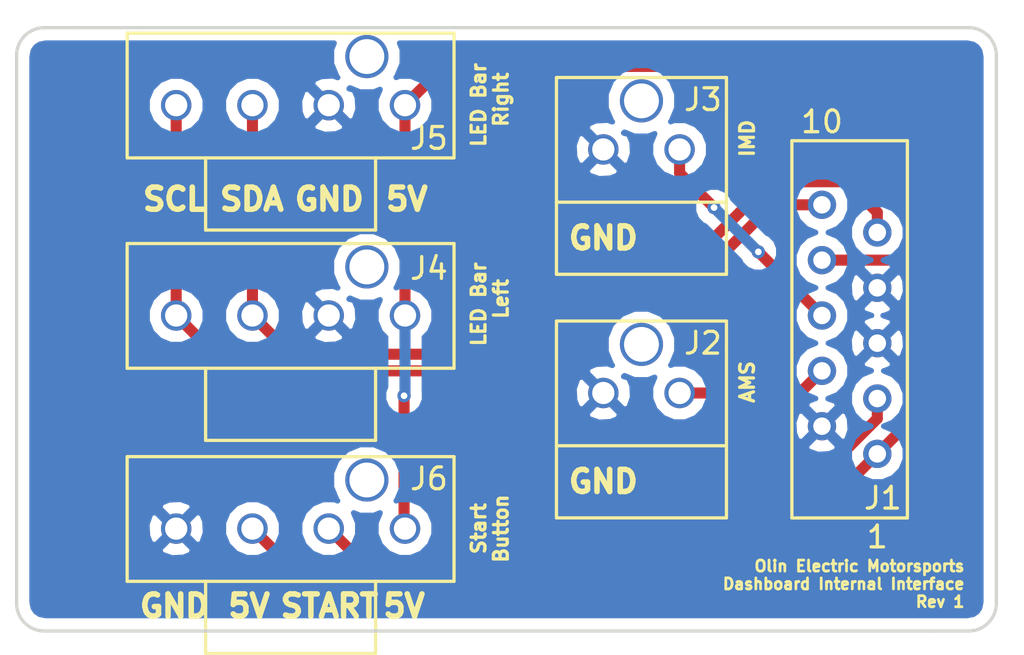
<source format=kicad_pcb>
(kicad_pcb (version 4) (host pcbnew 4.0.7-e2-6376~58~ubuntu16.04.1)

  (general
    (links 19)
    (no_connects 0)
    (area 118.796999 77.394999 163.905001 105.231001)
    (thickness 1.6)
    (drawings 39)
    (tracks 46)
    (zones 0)
    (modules 6)
    (nets 8)
  )

  (page A4)
  (layers
    (0 F.Cu signal)
    (31 B.Cu signal)
    (32 B.Adhes user)
    (33 F.Adhes user)
    (34 B.Paste user)
    (35 F.Paste user)
    (36 B.SilkS user)
    (37 F.SilkS user)
    (38 B.Mask user)
    (39 F.Mask user)
    (40 Dwgs.User user)
    (41 Cmts.User user)
    (42 Eco1.User user)
    (43 Eco2.User user)
    (44 Edge.Cuts user)
    (45 Margin user)
    (46 B.CrtYd user)
    (47 F.CrtYd user)
    (48 B.Fab user)
    (49 F.Fab user)
  )

  (setup
    (last_trace_width 0.254)
    (user_trace_width 0.254)
    (user_trace_width 0.508)
    (user_trace_width 0.762)
    (trace_clearance 0.1524)
    (zone_clearance 0.508)
    (zone_45_only no)
    (trace_min 0.1524)
    (segment_width 0.2)
    (edge_width 0.15)
    (via_size 0.6096)
    (via_drill 0.3048)
    (via_min_size 0.6096)
    (via_min_drill 0.3048)
    (uvia_size 0.3)
    (uvia_drill 0.1)
    (uvias_allowed no)
    (uvia_min_size 0)
    (uvia_min_drill 0)
    (pcb_text_width 0.3)
    (pcb_text_size 1.5 1.5)
    (mod_edge_width 0.15)
    (mod_text_size 1 1)
    (mod_text_width 0.15)
    (pad_size 1.524 1.524)
    (pad_drill 0.762)
    (pad_to_mask_clearance 0.2)
    (aux_axis_origin 0 0)
    (visible_elements FFFEFF7F)
    (pcbplotparams
      (layerselection 0x010f0_80000001)
      (usegerberextensions false)
      (excludeedgelayer true)
      (linewidth 0.100000)
      (plotframeref false)
      (viasonmask false)
      (mode 1)
      (useauxorigin false)
      (hpglpennumber 1)
      (hpglpenspeed 20)
      (hpglpendiameter 15)
      (hpglpenoverlay 2)
      (psnegative false)
      (psa4output false)
      (plotreference true)
      (plotvalue true)
      (plotinvisibletext false)
      (padsonsilk false)
      (subtractmaskfromsilk false)
      (outputformat 1)
      (mirror false)
      (drillshape 0)
      (scaleselection 1)
      (outputdirectory ""))
  )

  (net 0 "")
  (net 1 GND)
  (net 2 +5V)
  (net 3 START)
  (net 4 SDA)
  (net 5 SCL)
  (net 6 AMS)
  (net 7 IMD)

  (net_class Default "This is the default net class."
    (clearance 0.1524)
    (trace_width 0.254)
    (via_dia 0.6096)
    (via_drill 0.3048)
    (uvia_dia 0.3)
    (uvia_drill 0.1)
    (add_net +5V)
    (add_net AMS)
    (add_net GND)
    (add_net IMD)
    (add_net SCL)
    (add_net SDA)
    (add_net START)
  )

  (module footprints:Ultrafit_4 (layer F.Cu) (tedit 59F24F6F) (tstamp 5A480E4D)
    (at 131.445 100.457 90)
    (path /5A4810C5)
    (fp_text reference J6 (at 2.286 6.35 180) (layer F.SilkS)
      (effects (font (size 1 1) (thickness 0.15)))
    )
    (fp_text value Ultrafit_4 (at 4.572 0.508 180) (layer F.Fab) hide
      (effects (font (size 1 1) (thickness 0.15)))
    )
    (fp_line (start -5.588 -3.81) (end -2.54 -3.81) (layer F.Fab) (width 0.15))
    (fp_line (start -2.54 -3.81) (end -2.54 3.81) (layer F.Fab) (width 0.15))
    (fp_line (start -2.54 3.81) (end -5.588 3.81) (layer F.Fab) (width 0.15))
    (fp_line (start -5.588 3.81) (end -5.588 -3.81) (layer F.Fab) (width 0.15))
    (fp_text user "6.55mm Clearance" (at -4.07 0 180) (layer F.Fab)
      (effects (font (size 0.5 0.5) (thickness 0.08)))
    )
    (fp_line (start -2.42 -3.9) (end -5.73 -3.9) (layer F.SilkS) (width 0.15))
    (fp_line (start -5.73 -3.9) (end -5.73 3.9) (layer F.SilkS) (width 0.15))
    (fp_line (start -5.73 3.9) (end -2.42 3.9) (layer F.SilkS) (width 0.15))
    (fp_line (start -2.42 7.5) (end 3.302 7.5) (layer F.SilkS) (width 0.15))
    (fp_line (start -2.42 -7.5) (end 3.302 -7.5) (layer F.SilkS) (width 0.15))
    (fp_line (start -2.42 7.5) (end -2.42 -7.5) (layer F.SilkS) (width 0.15))
    (fp_line (start 3.302 7.5) (end 3.302 -7.5) (layer F.SilkS) (width 0.15))
    (pad 2 thru_hole circle (at 0 1.75 90) (size 1.397 1.397) (drill 1.02) (layers *.Cu *.Mask)
      (net 3 START))
    (pad 1 thru_hole circle (at 0 5.25 90) (size 1.397 1.397) (drill 1.02) (layers *.Cu *.Mask)
      (net 2 +5V))
    (pad "" thru_hole circle (at 2.23 3.5 90) (size 1.981 1.981) (drill 1.6) (layers *.Cu *.Mask))
    (pad 3 thru_hole circle (at 0 -1.75 270) (size 1.397 1.397) (drill 1.02) (layers *.Cu *.Mask)
      (net 2 +5V))
    (pad 4 thru_hole circle (at 0 -5.25 270) (size 1.397 1.397) (drill 1.02) (layers *.Cu *.Mask)
      (net 1 GND))
  )

  (module footprints:micromatch_female_ra_10 (layer F.Cu) (tedit 59EE7FCB) (tstamp 5A28DE48)
    (at 158.369 91.948 180)
    (path /5A28D92D)
    (fp_text reference J1 (at -0.254 -7.112 180) (layer F.SilkS)
      (effects (font (size 1 1) (thickness 0.15)))
    )
    (fp_text value micromatch_female_RA_10 (at 6.35 0 270) (layer F.Fab) hide
      (effects (font (size 1 1) (thickness 0.15)))
    )
    (fp_text user 10 (at 2.54 10.16 180) (layer F.SilkS)
      (effects (font (size 1 1) (thickness 0.15)))
    )
    (fp_text user 1 (at 0 -8.89 180) (layer F.SilkS)
      (effects (font (size 1 1) (thickness 0.15)))
    )
    (fp_line (start -1.38 9.29) (end 3.92 9.29) (layer F.SilkS) (width 0.15))
    (fp_line (start -1.38 -8.02) (end 3.92 -8.02) (layer F.SilkS) (width 0.15))
    (fp_line (start -1.38 9.29) (end -1.38 -8.02) (layer F.SilkS) (width 0.15))
    (fp_line (start 3.92 9.29) (end 3.92 -8.02) (layer F.SilkS) (width 0.15))
    (pad 5 thru_hole circle (at 0 0 180) (size 1.3 1.3) (drill 0.8) (layers *.Cu *.Mask)
      (net 1 GND))
    (pad 3 thru_hole circle (at 0 -2.54 180) (size 1.3 1.3) (drill 0.8) (layers *.Cu *.Mask)
      (net 3 START))
    (pad 1 thru_hole circle (at 0 -5.08 180) (size 1.3 1.3) (drill 0.8) (layers *.Cu *.Mask)
      (net 2 +5V))
    (pad 7 thru_hole circle (at 0 2.54 180) (size 1.3 1.3) (drill 0.8) (layers *.Cu *.Mask)
      (net 1 GND))
    (pad 2 thru_hole circle (at 2.54 -3.81 180) (size 1.3 1.3) (drill 0.8) (layers *.Cu *.Mask)
      (net 1 GND))
    (pad 4 thru_hole circle (at 2.54 -1.27 180) (size 1.3 1.3) (drill 0.8) (layers *.Cu *.Mask)
      (net 6 AMS))
    (pad 6 thru_hole circle (at 2.54 1.27 180) (size 1.3 1.3) (drill 0.8) (layers *.Cu *.Mask)
      (net 7 IMD))
    (pad 8 thru_hole circle (at 2.54 3.81 180) (size 1.3 1.3) (drill 0.8) (layers *.Cu *.Mask)
      (net 2 +5V))
    (pad 9 thru_hole circle (at 0 5.08 180) (size 1.3 1.3) (drill 0.8) (layers *.Cu *.Mask)
      (net 4 SDA))
    (pad 10 thru_hole circle (at 2.54 6.35 180) (size 1.3 1.3) (drill 0.8) (layers *.Cu *.Mask)
      (net 5 SCL))
  )

  (module footprints:Ultrafit_2 (layer F.Cu) (tedit 59F11364) (tstamp 5A480E31)
    (at 145.796 94.234 90)
    (path /5A480F1D)
    (fp_text reference J2 (at 2.286 4.572 180) (layer F.SilkS)
      (effects (font (size 1 1) (thickness 0.15)))
    )
    (fp_text value Ultrafit_2 (at 4.572 0.508 180) (layer F.Fab) hide
      (effects (font (size 1 1) (thickness 0.15)))
    )
    (fp_line (start -5.588 -2.032) (end -2.54 -2.032) (layer F.Fab) (width 0.15))
    (fp_line (start -2.54 -2.032) (end -2.54 5.588) (layer F.Fab) (width 0.15))
    (fp_line (start -2.54 5.588) (end -5.588 5.588) (layer F.Fab) (width 0.15))
    (fp_line (start -5.588 5.588) (end -5.588 -2.032) (layer F.Fab) (width 0.15))
    (fp_text user "6.55mm Clearance" (at -4.07 1.75 180) (layer F.Fab)
      (effects (font (size 0.5 0.5) (thickness 0.08)))
    )
    (fp_line (start -2.42 -2.15) (end -5.73 -2.15) (layer F.SilkS) (width 0.15))
    (fp_line (start -5.73 -2.15) (end -5.73 5.65) (layer F.SilkS) (width 0.15))
    (fp_line (start -5.73 5.65) (end -2.42 5.65) (layer F.SilkS) (width 0.15))
    (fp_line (start -2.42 5.65) (end 3.302 5.65) (layer F.SilkS) (width 0.15))
    (fp_line (start -2.42 -2.15) (end 3.302 -2.15) (layer F.SilkS) (width 0.15))
    (fp_line (start -2.42 5.65) (end -2.42 -2.15) (layer F.SilkS) (width 0.15))
    (fp_line (start 3.302 5.65) (end 3.302 -2.15) (layer F.SilkS) (width 0.15))
    (pad 2 thru_hole circle (at 0 0 90) (size 1.397 1.397) (drill 1.02) (layers *.Cu *.Mask)
      (net 1 GND))
    (pad 1 thru_hole circle (at 0 3.5 90) (size 1.397 1.397) (drill 1.02) (layers *.Cu *.Mask)
      (net 6 AMS))
    (pad "" thru_hole circle (at 2.23 1.75 90) (size 1.981 1.981) (drill 1.6) (layers *.Cu *.Mask))
  )

  (module footprints:Ultrafit_2 (layer F.Cu) (tedit 59F11364) (tstamp 5A480E37)
    (at 145.796 83.058 90)
    (path /5A480E2B)
    (fp_text reference J3 (at 2.286 4.572 180) (layer F.SilkS)
      (effects (font (size 1 1) (thickness 0.15)))
    )
    (fp_text value Ultrafit_2 (at 4.572 0.508 180) (layer F.Fab) hide
      (effects (font (size 1 1) (thickness 0.15)))
    )
    (fp_line (start -5.588 -2.032) (end -2.54 -2.032) (layer F.Fab) (width 0.15))
    (fp_line (start -2.54 -2.032) (end -2.54 5.588) (layer F.Fab) (width 0.15))
    (fp_line (start -2.54 5.588) (end -5.588 5.588) (layer F.Fab) (width 0.15))
    (fp_line (start -5.588 5.588) (end -5.588 -2.032) (layer F.Fab) (width 0.15))
    (fp_text user "6.55mm Clearance" (at -4.07 1.75 180) (layer F.Fab)
      (effects (font (size 0.5 0.5) (thickness 0.08)))
    )
    (fp_line (start -2.42 -2.15) (end -5.73 -2.15) (layer F.SilkS) (width 0.15))
    (fp_line (start -5.73 -2.15) (end -5.73 5.65) (layer F.SilkS) (width 0.15))
    (fp_line (start -5.73 5.65) (end -2.42 5.65) (layer F.SilkS) (width 0.15))
    (fp_line (start -2.42 5.65) (end 3.302 5.65) (layer F.SilkS) (width 0.15))
    (fp_line (start -2.42 -2.15) (end 3.302 -2.15) (layer F.SilkS) (width 0.15))
    (fp_line (start -2.42 5.65) (end -2.42 -2.15) (layer F.SilkS) (width 0.15))
    (fp_line (start 3.302 5.65) (end 3.302 -2.15) (layer F.SilkS) (width 0.15))
    (pad 2 thru_hole circle (at 0 0 90) (size 1.397 1.397) (drill 1.02) (layers *.Cu *.Mask)
      (net 1 GND))
    (pad 1 thru_hole circle (at 0 3.5 90) (size 1.397 1.397) (drill 1.02) (layers *.Cu *.Mask)
      (net 7 IMD))
    (pad "" thru_hole circle (at 2.23 1.75 90) (size 1.981 1.981) (drill 1.6) (layers *.Cu *.Mask))
  )

  (module footprints:Ultrafit_4 (layer F.Cu) (tedit 59F24F6F) (tstamp 5A480E3D)
    (at 131.445 90.678 90)
    (path /5A480F87)
    (fp_text reference J4 (at 2.159 6.35 180) (layer F.SilkS)
      (effects (font (size 1 1) (thickness 0.15)))
    )
    (fp_text value Ultrafit_4 (at 4.572 0.508 180) (layer F.Fab) hide
      (effects (font (size 1 1) (thickness 0.15)))
    )
    (fp_line (start -5.588 -3.81) (end -2.54 -3.81) (layer F.Fab) (width 0.15))
    (fp_line (start -2.54 -3.81) (end -2.54 3.81) (layer F.Fab) (width 0.15))
    (fp_line (start -2.54 3.81) (end -5.588 3.81) (layer F.Fab) (width 0.15))
    (fp_line (start -5.588 3.81) (end -5.588 -3.81) (layer F.Fab) (width 0.15))
    (fp_text user "6.55mm Clearance" (at -4.07 0 180) (layer F.Fab)
      (effects (font (size 0.5 0.5) (thickness 0.08)))
    )
    (fp_line (start -2.42 -3.9) (end -5.73 -3.9) (layer F.SilkS) (width 0.15))
    (fp_line (start -5.73 -3.9) (end -5.73 3.9) (layer F.SilkS) (width 0.15))
    (fp_line (start -5.73 3.9) (end -2.42 3.9) (layer F.SilkS) (width 0.15))
    (fp_line (start -2.42 7.5) (end 3.302 7.5) (layer F.SilkS) (width 0.15))
    (fp_line (start -2.42 -7.5) (end 3.302 -7.5) (layer F.SilkS) (width 0.15))
    (fp_line (start -2.42 7.5) (end -2.42 -7.5) (layer F.SilkS) (width 0.15))
    (fp_line (start 3.302 7.5) (end 3.302 -7.5) (layer F.SilkS) (width 0.15))
    (pad 2 thru_hole circle (at 0 1.75 90) (size 1.397 1.397) (drill 1.02) (layers *.Cu *.Mask)
      (net 1 GND))
    (pad 1 thru_hole circle (at 0 5.25 90) (size 1.397 1.397) (drill 1.02) (layers *.Cu *.Mask)
      (net 2 +5V))
    (pad "" thru_hole circle (at 2.23 3.5 90) (size 1.981 1.981) (drill 1.6) (layers *.Cu *.Mask))
    (pad 3 thru_hole circle (at 0 -1.75 270) (size 1.397 1.397) (drill 1.02) (layers *.Cu *.Mask)
      (net 4 SDA))
    (pad 4 thru_hole circle (at 0 -5.25 270) (size 1.397 1.397) (drill 1.02) (layers *.Cu *.Mask)
      (net 5 SCL))
  )

  (module footprints:Ultrafit_4 (layer F.Cu) (tedit 59F24F6F) (tstamp 5A480E45)
    (at 131.445 81.026 90)
    (path /5A481045)
    (fp_text reference J5 (at -1.524 6.35 180) (layer F.SilkS)
      (effects (font (size 1 1) (thickness 0.15)))
    )
    (fp_text value Ultrafit_4 (at 4.572 0.508 180) (layer F.Fab) hide
      (effects (font (size 1 1) (thickness 0.15)))
    )
    (fp_line (start -5.588 -3.81) (end -2.54 -3.81) (layer F.Fab) (width 0.15))
    (fp_line (start -2.54 -3.81) (end -2.54 3.81) (layer F.Fab) (width 0.15))
    (fp_line (start -2.54 3.81) (end -5.588 3.81) (layer F.Fab) (width 0.15))
    (fp_line (start -5.588 3.81) (end -5.588 -3.81) (layer F.Fab) (width 0.15))
    (fp_text user "6.55mm Clearance" (at -4.07 0 180) (layer F.Fab)
      (effects (font (size 0.5 0.5) (thickness 0.08)))
    )
    (fp_line (start -2.42 -3.9) (end -5.73 -3.9) (layer F.SilkS) (width 0.15))
    (fp_line (start -5.73 -3.9) (end -5.73 3.9) (layer F.SilkS) (width 0.15))
    (fp_line (start -5.73 3.9) (end -2.42 3.9) (layer F.SilkS) (width 0.15))
    (fp_line (start -2.42 7.5) (end 3.302 7.5) (layer F.SilkS) (width 0.15))
    (fp_line (start -2.42 -7.5) (end 3.302 -7.5) (layer F.SilkS) (width 0.15))
    (fp_line (start -2.42 7.5) (end -2.42 -7.5) (layer F.SilkS) (width 0.15))
    (fp_line (start 3.302 7.5) (end 3.302 -7.5) (layer F.SilkS) (width 0.15))
    (pad 2 thru_hole circle (at 0 1.75 90) (size 1.397 1.397) (drill 1.02) (layers *.Cu *.Mask)
      (net 1 GND))
    (pad 1 thru_hole circle (at 0 5.25 90) (size 1.397 1.397) (drill 1.02) (layers *.Cu *.Mask)
      (net 2 +5V))
    (pad "" thru_hole circle (at 2.23 3.5 90) (size 1.981 1.981) (drill 1.6) (layers *.Cu *.Mask))
    (pad 3 thru_hole circle (at 0 -1.75 270) (size 1.397 1.397) (drill 1.02) (layers *.Cu *.Mask)
      (net 4 SDA))
    (pad 4 thru_hole circle (at 0 -5.25 270) (size 1.397 1.397) (drill 1.02) (layers *.Cu *.Mask)
      (net 5 SCL))
  )

  (gr_line (start 162.56 105.156) (end 160.909 105.156) (layer Edge.Cuts) (width 0.15))
  (gr_line (start 120.142 105.156) (end 121.412 105.156) (layer Edge.Cuts) (width 0.15))
  (gr_line (start 121.539 77.47) (end 120.142 77.47) (layer Edge.Cuts) (width 0.15))
  (gr_line (start 162.56 77.47) (end 160.909 77.47) (layer Edge.Cuts) (width 0.15))
  (gr_line (start 156.464 105.156) (end 160.909 105.156) (layer Edge.Cuts) (width 0.15))
  (gr_line (start 124.333 77.47) (end 121.412 77.47) (layer Edge.Cuts) (width 0.15))
  (gr_line (start 160.909 77.47) (end 159.385 77.47) (layer Edge.Cuts) (width 0.15))
  (gr_text "Olin Electric Motorsports\nDashboard Internal Interface\nRev 1" (at 162.433 102.997) (layer F.SilkS)
    (effects (font (size 0.508 0.508) (thickness 0.127)) (justify right))
  )
  (gr_line (start 118.872 103.886) (end 118.872 78.74) (layer Edge.Cuts) (width 0.15))
  (gr_line (start 156.464 105.156) (end 121.412 105.156) (layer Edge.Cuts) (width 0.15))
  (gr_line (start 163.83 78.74) (end 163.83 103.886) (layer Edge.Cuts) (width 0.15))
  (gr_line (start 124.333 77.47) (end 159.385 77.47) (layer Edge.Cuts) (width 0.15))
  (gr_arc (start 120.142 78.74) (end 118.872 78.74) (angle 90) (layer Edge.Cuts) (width 0.15))
  (gr_arc (start 120.142 103.886) (end 120.142 105.156) (angle 90) (layer Edge.Cuts) (width 0.15))
  (gr_arc (start 162.56 103.886) (end 163.83 103.886) (angle 90) (layer Edge.Cuts) (width 0.15))
  (gr_arc (start 162.56 78.74) (end 162.56 77.47) (angle 90) (layer Edge.Cuts) (width 0.15))
  (gr_text GND (at 145.796 87.122) (layer F.SilkS)
    (effects (font (size 1.016 1.016) (thickness 0.254)))
  )
  (gr_text GND (at 145.796 98.298) (layer F.SilkS)
    (effects (font (size 1.016 1.016) (thickness 0.254)))
  )
  (gr_text 5V (at 136.652 104.013) (layer F.SilkS)
    (effects (font (size 1.016 1.016) (thickness 0.254)))
  )
  (gr_text START (at 133.223 104.013) (layer F.SilkS)
    (effects (font (size 1.016 1.016) (thickness 0.254)))
  )
  (gr_text 5V (at 129.54 104.013) (layer F.SilkS)
    (effects (font (size 1.016 1.016) (thickness 0.254)))
  )
  (gr_text GND (at 126.111 104.013) (layer F.SilkS)
    (effects (font (size 1.016 1.016) (thickness 0.254)))
  )
  (gr_text 5V (at 136.779 85.344) (layer F.SilkS)
    (effects (font (size 1.016 1.016) (thickness 0.254)))
  )
  (gr_text GND (at 133.223 85.344) (layer F.SilkS)
    (effects (font (size 1.016 1.016) (thickness 0.254)))
  )
  (gr_text SDA (at 129.667 85.344) (layer F.SilkS)
    (effects (font (size 1.016 1.016) (thickness 0.254)))
  )
  (gr_text SCL (at 126.111 85.344) (layer F.SilkS)
    (effects (font (size 1.016 1.016) (thickness 0.254)))
  )
  (gr_text IMD (at 152.4 82.55 90) (layer F.SilkS)
    (effects (font (size 0.635 0.635) (thickness 0.1524)))
  )
  (gr_text AMS (at 152.4 93.726 90) (layer F.SilkS)
    (effects (font (size 0.635 0.635) (thickness 0.1524)))
  )
  (gr_text "Start\nButton" (at 140.589 100.457 90) (layer F.SilkS)
    (effects (font (size 0.635 0.635) (thickness 0.1524)))
  )
  (gr_text "LED Bar \nLeft" (at 140.589 89.916 90) (layer F.SilkS)
    (effects (font (size 0.635 0.635) (thickness 0.1524)))
  )
  (gr_text "LED Bar \nRight" (at 140.589 80.772 90) (layer F.SilkS)
    (effects (font (size 0.635 0.635) (thickness 0.1524)))
  )
  (gr_line (start 163.219039 77.216199) (end 120.038887 77.382899) (layer Dwgs.User) (width 0.1))
  (gr_arc (start 120.04379 78.65289) (end 120.038887 77.382899) (angle -90) (layer Dwgs.User) (width 0.1))
  (gr_line (start 118.7738 78.657793) (end 118.871858 104.057603) (layer Dwgs.User) (width 0.1))
  (gr_arc (start 163.223942 78.48619) (end 164.493932 78.481287) (angle -90) (layer Dwgs.User) (width 0.1))
  (gr_line (start 164.59199 103.881098) (end 164.493932 78.481287) (layer Dwgs.User) (width 0.1))
  (gr_arc (start 163.322 103.886) (end 163.326902 105.155991) (angle -90) (layer Dwgs.User) (width 0.1))
  (gr_line (start 120.146751 105.322691) (end 163.326902 105.155991) (layer Dwgs.User) (width 0.1))
  (gr_arc (start 120.141848 104.052701) (end 118.871858 104.057603) (angle -90) (layer Dwgs.User) (width 0.1))

  (segment (start 160.02 86.233) (end 160.02 88.646) (width 0.508) (layer F.Cu) (net 2))
  (segment (start 160.02 88.646) (end 160.02 95.377) (width 0.508) (layer F.Cu) (net 2))
  (segment (start 155.829 88.138) (end 159.512 88.138) (width 0.508) (layer F.Cu) (net 2))
  (segment (start 159.512 88.138) (end 160.02 88.646) (width 0.508) (layer F.Cu) (net 2))
  (segment (start 136.695 81.026) (end 138.473 79.248) (width 0.508) (layer F.Cu) (net 2))
  (segment (start 138.473 79.248) (end 153.035 79.248) (width 0.508) (layer F.Cu) (net 2))
  (segment (start 153.035 79.248) (end 160.02 86.233) (width 0.508) (layer F.Cu) (net 2))
  (segment (start 160.02 95.377) (end 158.369 97.028) (width 0.508) (layer F.Cu) (net 2))
  (segment (start 136.652 94.361) (end 136.652 100.414) (width 0.508) (layer F.Cu) (net 2))
  (segment (start 136.652 100.414) (end 136.695 100.457) (width 0.508) (layer F.Cu) (net 2))
  (segment (start 136.695 90.678) (end 136.695 94.318) (width 0.508) (layer B.Cu) (net 2))
  (segment (start 136.695 94.318) (end 136.652 94.361) (width 0.508) (layer B.Cu) (net 2))
  (via (at 136.652 94.361) (size 0.6096) (drill 0.3048) (layers F.Cu B.Cu) (net 2))
  (segment (start 136.695 81.026) (end 136.695 90.678) (width 0.508) (layer F.Cu) (net 2))
  (segment (start 152.273 103.124) (end 132.362 103.124) (width 0.508) (layer F.Cu) (net 2))
  (segment (start 132.362 103.124) (end 129.695 100.457) (width 0.508) (layer F.Cu) (net 2))
  (segment (start 136.568 90.805) (end 136.695 90.678) (width 0.508) (layer F.Cu) (net 2))
  (segment (start 152.273 103.124) (end 158.369 97.028) (width 0.508) (layer F.Cu) (net 2))
  (segment (start 151.668238 102.108) (end 134.846 102.108) (width 0.508) (layer F.Cu) (net 3))
  (segment (start 134.846 102.108) (end 133.195 100.457) (width 0.508) (layer F.Cu) (net 3))
  (segment (start 158.369 94.488) (end 158.369 95.407238) (width 0.508) (layer F.Cu) (net 3))
  (segment (start 158.369 95.407238) (end 151.668238 102.108) (width 0.508) (layer F.Cu) (net 3))
  (segment (start 158.369 86.868) (end 158.369 85.948762) (width 0.508) (layer F.Cu) (net 4))
  (segment (start 158.369 85.948762) (end 156.961837 84.541599) (width 0.508) (layer F.Cu) (net 4))
  (segment (start 156.961837 84.541599) (end 153.456401 84.541599) (width 0.508) (layer F.Cu) (net 4))
  (segment (start 153.456401 84.541599) (end 148.59 89.408) (width 0.508) (layer F.Cu) (net 4))
  (segment (start 148.59 89.408) (end 142.875 89.408) (width 0.508) (layer F.Cu) (net 4))
  (segment (start 142.875 89.408) (end 139.827 92.456) (width 0.508) (layer F.Cu) (net 4))
  (segment (start 139.827 92.456) (end 131.473 92.456) (width 0.508) (layer F.Cu) (net 4))
  (segment (start 131.473 92.456) (end 129.695 90.678) (width 0.508) (layer F.Cu) (net 4))
  (segment (start 129.695 81.026) (end 129.695 90.678) (width 0.508) (layer F.Cu) (net 4))
  (segment (start 140.208 93.218) (end 128.735 93.218) (width 0.508) (layer F.Cu) (net 5))
  (segment (start 128.735 93.218) (end 126.195 90.678) (width 0.508) (layer F.Cu) (net 5))
  (segment (start 143.256 90.17) (end 140.208 93.218) (width 0.508) (layer F.Cu) (net 5))
  (segment (start 148.971 90.17) (end 143.256 90.17) (width 0.508) (layer F.Cu) (net 5))
  (segment (start 153.543 85.598) (end 148.971 90.17) (width 0.508) (layer F.Cu) (net 5))
  (segment (start 155.829 85.598) (end 153.543 85.598) (width 0.508) (layer F.Cu) (net 5))
  (segment (start 126.195 81.026) (end 126.195 90.678) (width 0.508) (layer F.Cu) (net 5))
  (segment (start 149.296 94.234) (end 154.813 94.234) (width 0.508) (layer F.Cu) (net 6))
  (segment (start 154.813 94.234) (end 155.829 93.218) (width 0.508) (layer F.Cu) (net 6))
  (segment (start 150.876 85.725) (end 149.296 84.145) (width 0.508) (layer F.Cu) (net 7))
  (segment (start 149.296 84.145) (end 149.296 83.058) (width 0.508) (layer F.Cu) (net 7))
  (segment (start 152.908 87.757) (end 150.876 85.725) (width 0.508) (layer B.Cu) (net 7))
  (via (at 150.876 85.725) (size 0.6096) (drill 0.3048) (layers F.Cu B.Cu) (net 7))
  (segment (start 155.829 90.678) (end 152.908 87.757) (width 0.508) (layer F.Cu) (net 7))
  (via (at 152.908 87.757) (size 0.6096) (drill 0.3048) (layers F.Cu B.Cu) (net 7))

  (zone (net 1) (net_name GND) (layer B.Cu) (tstamp 0) (hatch edge 0.508)
    (connect_pads (clearance 0.508))
    (min_thickness 0.254)
    (fill yes (arc_segments 16) (thermal_gap 0.508) (thermal_bridge_width 0.508))
    (polygon
      (pts
        (xy 118.11 76.2) (xy 165.1 76.2) (xy 165.1 106.045) (xy 118.11 106.045)
      )
    )
    (filled_polygon
      (pts
        (xy 133.319783 78.47125) (xy 133.319219 79.117913) (xy 133.566165 79.715569) (xy 133.608304 79.757781) (xy 133.38752 79.680073)
        (xy 132.857801 79.708852) (xy 132.502071 79.8562) (xy 132.440417 80.091812) (xy 133.195 80.846395) (xy 133.209143 80.832253)
        (xy 133.388748 81.011858) (xy 133.374605 81.026) (xy 134.129188 81.780583) (xy 134.3648 81.718929) (xy 134.540927 81.21852)
        (xy 134.512148 80.688801) (xy 134.3648 80.333071) (xy 134.12919 80.271418) (xy 134.167422 80.233186) (xy 134.62025 80.421217)
        (xy 135.266913 80.421781) (xy 135.550689 80.304527) (xy 135.361732 80.759587) (xy 135.361269 81.290086) (xy 135.563854 81.78038)
        (xy 135.938647 82.155827) (xy 136.428587 82.359268) (xy 136.959086 82.359731) (xy 137.44938 82.157146) (xy 137.482772 82.123812)
        (xy 145.041417 82.123812) (xy 145.796 82.878395) (xy 145.810143 82.864253) (xy 145.989748 83.043858) (xy 145.975605 83.058)
        (xy 146.730188 83.812583) (xy 146.9658 83.750929) (xy 147.141927 83.25052) (xy 147.113148 82.720801) (xy 146.9658 82.365071)
        (xy 146.73019 82.303418) (xy 146.768422 82.265186) (xy 147.22125 82.453217) (xy 147.867913 82.453781) (xy 148.151689 82.336527)
        (xy 147.962732 82.791587) (xy 147.962269 83.322086) (xy 148.164854 83.81238) (xy 148.539647 84.187827) (xy 149.029587 84.391268)
        (xy 149.560086 84.391731) (xy 150.05038 84.189146) (xy 150.425827 83.814353) (xy 150.629268 83.324413) (xy 150.629731 82.793914)
        (xy 150.427146 82.30362) (xy 150.052353 81.928173) (xy 149.562413 81.724732) (xy 149.031914 81.724269) (xy 148.890406 81.782739)
        (xy 148.923228 81.749974) (xy 149.171217 81.15275) (xy 149.171781 80.506087) (xy 148.924835 79.908431) (xy 148.467974 79.450772)
        (xy 147.87075 79.202783) (xy 147.224087 79.202219) (xy 146.626431 79.449165) (xy 146.168772 79.906026) (xy 145.920783 80.50325)
        (xy 145.920219 81.149913) (xy 146.167165 81.747569) (xy 146.209304 81.789781) (xy 145.98852 81.712073) (xy 145.458801 81.740852)
        (xy 145.103071 81.8882) (xy 145.041417 82.123812) (xy 137.482772 82.123812) (xy 137.824827 81.782353) (xy 138.028268 81.292413)
        (xy 138.028731 80.761914) (xy 137.826146 80.27162) (xy 137.451353 79.896173) (xy 136.961413 79.692732) (xy 136.430914 79.692269)
        (xy 136.289406 79.750739) (xy 136.322228 79.717974) (xy 136.570217 79.12075) (xy 136.570781 78.474087) (xy 136.449267 78.18)
        (xy 162.49007 78.18) (xy 162.768979 78.235478) (xy 162.946145 78.353856) (xy 163.064521 78.531019) (xy 163.12 78.809931)
        (xy 163.12 103.816069) (xy 163.064521 104.094981) (xy 162.946145 104.272144) (xy 162.768979 104.390522) (xy 162.49007 104.446)
        (xy 120.211931 104.446) (xy 119.933019 104.390521) (xy 119.755856 104.272145) (xy 119.637478 104.094979) (xy 119.582 103.81607)
        (xy 119.582 101.391188) (xy 125.440417 101.391188) (xy 125.502071 101.6268) (xy 126.00248 101.802927) (xy 126.532199 101.774148)
        (xy 126.887929 101.6268) (xy 126.949583 101.391188) (xy 126.195 100.636605) (xy 125.440417 101.391188) (xy 119.582 101.391188)
        (xy 119.582 100.26448) (xy 124.849073 100.26448) (xy 124.877852 100.794199) (xy 125.0252 101.149929) (xy 125.260812 101.211583)
        (xy 126.015395 100.457) (xy 126.374605 100.457) (xy 127.129188 101.211583) (xy 127.3648 101.149929) (xy 127.515738 100.721086)
        (xy 128.361269 100.721086) (xy 128.563854 101.21138) (xy 128.938647 101.586827) (xy 129.428587 101.790268) (xy 129.959086 101.790731)
        (xy 130.44938 101.588146) (xy 130.824827 101.213353) (xy 131.028268 100.723413) (xy 131.02827 100.721086) (xy 131.861269 100.721086)
        (xy 132.063854 101.21138) (xy 132.438647 101.586827) (xy 132.928587 101.790268) (xy 133.459086 101.790731) (xy 133.94938 101.588146)
        (xy 134.324827 101.213353) (xy 134.528268 100.723413) (xy 134.528731 100.192914) (xy 134.339849 99.735784) (xy 134.62025 99.852217)
        (xy 135.266913 99.852781) (xy 135.550689 99.735527) (xy 135.361732 100.190587) (xy 135.361269 100.721086) (xy 135.563854 101.21138)
        (xy 135.938647 101.586827) (xy 136.428587 101.790268) (xy 136.959086 101.790731) (xy 137.44938 101.588146) (xy 137.824827 101.213353)
        (xy 138.028268 100.723413) (xy 138.028731 100.192914) (xy 137.826146 99.70262) (xy 137.451353 99.327173) (xy 136.961413 99.123732)
        (xy 136.430914 99.123269) (xy 136.289406 99.181739) (xy 136.322228 99.148974) (xy 136.570217 98.55175) (xy 136.570781 97.905087)
        (xy 136.323835 97.307431) (xy 135.866974 96.849772) (xy 135.402766 96.657016) (xy 155.10959 96.657016) (xy 155.165271 96.887611)
        (xy 155.648078 97.055622) (xy 156.158428 97.026083) (xy 156.492729 96.887611) (xy 156.54841 96.657016) (xy 155.829 95.937605)
        (xy 155.10959 96.657016) (xy 135.402766 96.657016) (xy 135.26975 96.601783) (xy 134.623087 96.601219) (xy 134.025431 96.848165)
        (xy 133.567772 97.305026) (xy 133.319783 97.90225) (xy 133.319219 98.548913) (xy 133.566165 99.146569) (xy 133.60139 99.181856)
        (xy 133.461413 99.123732) (xy 132.930914 99.123269) (xy 132.44062 99.325854) (xy 132.065173 99.700647) (xy 131.861732 100.190587)
        (xy 131.861269 100.721086) (xy 131.02827 100.721086) (xy 131.028731 100.192914) (xy 130.826146 99.70262) (xy 130.451353 99.327173)
        (xy 129.961413 99.123732) (xy 129.430914 99.123269) (xy 128.94062 99.325854) (xy 128.565173 99.700647) (xy 128.361732 100.190587)
        (xy 128.361269 100.721086) (xy 127.515738 100.721086) (xy 127.540927 100.64952) (xy 127.512148 100.119801) (xy 127.3648 99.764071)
        (xy 127.129188 99.702417) (xy 126.374605 100.457) (xy 126.015395 100.457) (xy 125.260812 99.702417) (xy 125.0252 99.764071)
        (xy 124.849073 100.26448) (xy 119.582 100.26448) (xy 119.582 99.522812) (xy 125.440417 99.522812) (xy 126.195 100.277395)
        (xy 126.949583 99.522812) (xy 126.887929 99.2872) (xy 126.38752 99.111073) (xy 125.857801 99.139852) (xy 125.502071 99.2872)
        (xy 125.440417 99.522812) (xy 119.582 99.522812) (xy 119.582 90.942086) (xy 124.861269 90.942086) (xy 125.063854 91.43238)
        (xy 125.438647 91.807827) (xy 125.928587 92.011268) (xy 126.459086 92.011731) (xy 126.94938 91.809146) (xy 127.324827 91.434353)
        (xy 127.528268 90.944413) (xy 127.52827 90.942086) (xy 128.361269 90.942086) (xy 128.563854 91.43238) (xy 128.938647 91.807827)
        (xy 129.428587 92.011268) (xy 129.959086 92.011731) (xy 130.44938 91.809146) (xy 130.646681 91.612188) (xy 132.440417 91.612188)
        (xy 132.502071 91.8478) (xy 133.00248 92.023927) (xy 133.532199 91.995148) (xy 133.887929 91.8478) (xy 133.949583 91.612188)
        (xy 133.195 90.857605) (xy 132.440417 91.612188) (xy 130.646681 91.612188) (xy 130.824827 91.434353) (xy 131.028268 90.944413)
        (xy 131.028668 90.48548) (xy 131.849073 90.48548) (xy 131.877852 91.015199) (xy 132.0252 91.370929) (xy 132.260812 91.432583)
        (xy 133.015395 90.678) (xy 132.260812 89.923417) (xy 132.0252 89.985071) (xy 131.849073 90.48548) (xy 131.028668 90.48548)
        (xy 131.028731 90.413914) (xy 130.826146 89.92362) (xy 130.646652 89.743812) (xy 132.440417 89.743812) (xy 133.195 90.498395)
        (xy 133.209143 90.484253) (xy 133.388748 90.663858) (xy 133.374605 90.678) (xy 134.129188 91.432583) (xy 134.3648 91.370929)
        (xy 134.540927 90.87052) (xy 134.512148 90.340801) (xy 134.3648 89.985071) (xy 134.12919 89.923418) (xy 134.167422 89.885186)
        (xy 134.62025 90.073217) (xy 135.266913 90.073781) (xy 135.550689 89.956527) (xy 135.361732 90.411587) (xy 135.361269 90.942086)
        (xy 135.563854 91.43238) (xy 135.806 91.674949) (xy 135.806 93.94774) (xy 135.712363 94.173242) (xy 135.712037 94.547118)
        (xy 135.854812 94.892659) (xy 136.118951 95.157259) (xy 136.464242 95.300637) (xy 136.838118 95.300963) (xy 137.159457 95.168188)
        (xy 145.041417 95.168188) (xy 145.103071 95.4038) (xy 145.60348 95.579927) (xy 145.655919 95.577078) (xy 154.531378 95.577078)
        (xy 154.560917 96.087428) (xy 154.699389 96.421729) (xy 154.929984 96.47741) (xy 155.649395 95.758) (xy 156.008605 95.758)
        (xy 156.728016 96.47741) (xy 156.958611 96.421729) (xy 157.126622 95.938922) (xy 157.097083 95.428572) (xy 156.958611 95.094271)
        (xy 156.728016 95.03859) (xy 156.008605 95.758) (xy 155.649395 95.758) (xy 154.929984 95.03859) (xy 154.699389 95.094271)
        (xy 154.531378 95.577078) (xy 145.655919 95.577078) (xy 146.133199 95.551148) (xy 146.488929 95.4038) (xy 146.550583 95.168188)
        (xy 145.796 94.413605) (xy 145.041417 95.168188) (xy 137.159457 95.168188) (xy 137.183659 95.158188) (xy 137.448259 94.894049)
        (xy 137.591637 94.548758) (xy 137.591963 94.174882) (xy 137.584 94.15561) (xy 137.584 94.04148) (xy 144.450073 94.04148)
        (xy 144.478852 94.571199) (xy 144.6262 94.926929) (xy 144.861812 94.988583) (xy 145.616395 94.234) (xy 144.861812 93.479417)
        (xy 144.6262 93.541071) (xy 144.450073 94.04148) (xy 137.584 94.04148) (xy 137.584 93.299812) (xy 145.041417 93.299812)
        (xy 145.796 94.054395) (xy 145.810143 94.040253) (xy 145.989748 94.219858) (xy 145.975605 94.234) (xy 146.730188 94.988583)
        (xy 146.9658 94.926929) (xy 147.141927 94.42652) (xy 147.113148 93.896801) (xy 146.9658 93.541071) (xy 146.73019 93.479418)
        (xy 146.768422 93.441186) (xy 147.22125 93.629217) (xy 147.867913 93.629781) (xy 148.151689 93.512527) (xy 147.962732 93.967587)
        (xy 147.962269 94.498086) (xy 148.164854 94.98838) (xy 148.539647 95.363827) (xy 149.029587 95.567268) (xy 149.560086 95.567731)
        (xy 150.05038 95.365146) (xy 150.425827 94.990353) (xy 150.629268 94.500413) (xy 150.629731 93.969914) (xy 150.427146 93.47962)
        (xy 150.052353 93.104173) (xy 149.562413 92.900732) (xy 149.031914 92.900269) (xy 148.890406 92.958739) (xy 148.923228 92.925974)
        (xy 149.171217 92.32875) (xy 149.171781 91.682087) (xy 148.924835 91.084431) (xy 148.467974 90.626772) (xy 147.87075 90.378783)
        (xy 147.224087 90.378219) (xy 146.626431 90.625165) (xy 146.168772 91.082026) (xy 145.920783 91.67925) (xy 145.920219 92.325913)
        (xy 146.167165 92.923569) (xy 146.209304 92.965781) (xy 145.98852 92.888073) (xy 145.458801 92.916852) (xy 145.103071 93.0642)
        (xy 145.041417 93.299812) (xy 137.584 93.299812) (xy 137.584 91.67476) (xy 137.824827 91.434353) (xy 138.028268 90.944413)
        (xy 138.028731 90.413914) (xy 137.826146 89.92362) (xy 137.451353 89.548173) (xy 136.961413 89.344732) (xy 136.430914 89.344269)
        (xy 136.289406 89.402739) (xy 136.322228 89.369974) (xy 136.570217 88.77275) (xy 136.570781 88.126087) (xy 136.323835 87.528431)
        (xy 135.866974 87.070772) (xy 135.26975 86.822783) (xy 134.623087 86.822219) (xy 134.025431 87.069165) (xy 133.567772 87.526026)
        (xy 133.319783 88.12325) (xy 133.319219 88.769913) (xy 133.566165 89.367569) (xy 133.608304 89.409781) (xy 133.38752 89.332073)
        (xy 132.857801 89.360852) (xy 132.502071 89.5082) (xy 132.440417 89.743812) (xy 130.646652 89.743812) (xy 130.451353 89.548173)
        (xy 129.961413 89.344732) (xy 129.430914 89.344269) (xy 128.94062 89.546854) (xy 128.565173 89.921647) (xy 128.361732 90.411587)
        (xy 128.361269 90.942086) (xy 127.52827 90.942086) (xy 127.528731 90.413914) (xy 127.326146 89.92362) (xy 126.951353 89.548173)
        (xy 126.461413 89.344732) (xy 125.930914 89.344269) (xy 125.44062 89.546854) (xy 125.065173 89.921647) (xy 124.861732 90.411587)
        (xy 124.861269 90.942086) (xy 119.582 90.942086) (xy 119.582 85.911118) (xy 149.936037 85.911118) (xy 150.078812 86.256659)
        (xy 150.342951 86.521259) (xy 150.466201 86.572437) (xy 152.060388 88.166624) (xy 152.110812 88.288659) (xy 152.374951 88.553259)
        (xy 152.720242 88.696637) (xy 153.094118 88.696963) (xy 153.439659 88.554188) (xy 153.704259 88.290049) (xy 153.847637 87.944758)
        (xy 153.847963 87.570882) (xy 153.705188 87.225341) (xy 153.441049 86.960741) (xy 153.317799 86.909563) (xy 152.260717 85.852481)
        (xy 154.543777 85.852481) (xy 154.738995 86.324943) (xy 155.100155 86.686735) (xy 155.537182 86.868205) (xy 155.102057 87.047995)
        (xy 154.740265 87.409155) (xy 154.544223 87.881276) (xy 154.543777 88.392481) (xy 154.738995 88.864943) (xy 155.100155 89.226735)
        (xy 155.537182 89.408205) (xy 155.102057 89.587995) (xy 154.740265 89.949155) (xy 154.544223 90.421276) (xy 154.543777 90.932481)
        (xy 154.738995 91.404943) (xy 155.100155 91.766735) (xy 155.537182 91.948205) (xy 155.102057 92.127995) (xy 154.740265 92.489155)
        (xy 154.544223 92.961276) (xy 154.543777 93.472481) (xy 154.738995 93.944943) (xy 155.100155 94.306735) (xy 155.5362 94.487797)
        (xy 155.499572 94.489917) (xy 155.165271 94.628389) (xy 155.10959 94.858984) (xy 155.829 95.578395) (xy 156.54841 94.858984)
        (xy 156.520279 94.742481) (xy 157.083777 94.742481) (xy 157.278995 95.214943) (xy 157.640155 95.576735) (xy 158.077182 95.758205)
        (xy 157.642057 95.937995) (xy 157.280265 96.299155) (xy 157.084223 96.771276) (xy 157.083777 97.282481) (xy 157.278995 97.754943)
        (xy 157.640155 98.116735) (xy 158.112276 98.312777) (xy 158.623481 98.313223) (xy 159.095943 98.118005) (xy 159.457735 97.756845)
        (xy 159.653777 97.284724) (xy 159.654223 96.773519) (xy 159.459005 96.301057) (xy 159.097845 95.939265) (xy 158.660818 95.757795)
        (xy 159.095943 95.578005) (xy 159.457735 95.216845) (xy 159.653777 94.744724) (xy 159.654223 94.233519) (xy 159.459005 93.761057)
        (xy 159.097845 93.399265) (xy 158.6618 93.218203) (xy 158.698428 93.216083) (xy 159.032729 93.077611) (xy 159.08841 92.847016)
        (xy 158.369 92.127605) (xy 157.64959 92.847016) (xy 157.705271 93.077611) (xy 158.09186 93.212139) (xy 157.642057 93.397995)
        (xy 157.280265 93.759155) (xy 157.084223 94.231276) (xy 157.083777 94.742481) (xy 156.520279 94.742481) (xy 156.492729 94.628389)
        (xy 156.10614 94.493861) (xy 156.555943 94.308005) (xy 156.917735 93.946845) (xy 157.113777 93.474724) (xy 157.114223 92.963519)
        (xy 156.919005 92.491057) (xy 156.557845 92.129265) (xy 156.120818 91.947795) (xy 156.555943 91.768005) (xy 156.556871 91.767078)
        (xy 157.071378 91.767078) (xy 157.100917 92.277428) (xy 157.239389 92.611729) (xy 157.469984 92.66741) (xy 158.189395 91.948)
        (xy 158.548605 91.948) (xy 159.268016 92.66741) (xy 159.498611 92.611729) (xy 159.666622 92.128922) (xy 159.637083 91.618572)
        (xy 159.498611 91.284271) (xy 159.268016 91.22859) (xy 158.548605 91.948) (xy 158.189395 91.948) (xy 157.469984 91.22859)
        (xy 157.239389 91.284271) (xy 157.071378 91.767078) (xy 156.556871 91.767078) (xy 156.917735 91.406845) (xy 157.113777 90.934724)
        (xy 157.114223 90.423519) (xy 157.066085 90.307016) (xy 157.64959 90.307016) (xy 157.705271 90.537611) (xy 158.103566 90.676213)
        (xy 158.039572 90.679917) (xy 157.705271 90.818389) (xy 157.64959 91.048984) (xy 158.369 91.768395) (xy 159.08841 91.048984)
        (xy 159.032729 90.818389) (xy 158.634434 90.679787) (xy 158.698428 90.676083) (xy 159.032729 90.537611) (xy 159.08841 90.307016)
        (xy 158.369 89.587605) (xy 157.64959 90.307016) (xy 157.066085 90.307016) (xy 156.919005 89.951057) (xy 156.557845 89.589265)
        (xy 156.120818 89.407795) (xy 156.555943 89.228005) (xy 156.556871 89.227078) (xy 157.071378 89.227078) (xy 157.100917 89.737428)
        (xy 157.239389 90.071729) (xy 157.469984 90.12741) (xy 158.189395 89.408) (xy 158.548605 89.408) (xy 159.268016 90.12741)
        (xy 159.498611 90.071729) (xy 159.666622 89.588922) (xy 159.637083 89.078572) (xy 159.498611 88.744271) (xy 159.268016 88.68859)
        (xy 158.548605 89.408) (xy 158.189395 89.408) (xy 157.469984 88.68859) (xy 157.239389 88.744271) (xy 157.071378 89.227078)
        (xy 156.556871 89.227078) (xy 156.917735 88.866845) (xy 157.113777 88.394724) (xy 157.114223 87.883519) (xy 156.919005 87.411057)
        (xy 156.630934 87.122481) (xy 157.083777 87.122481) (xy 157.278995 87.594943) (xy 157.640155 87.956735) (xy 158.0762 88.137797)
        (xy 158.039572 88.139917) (xy 157.705271 88.278389) (xy 157.64959 88.508984) (xy 158.369 89.228395) (xy 159.08841 88.508984)
        (xy 159.032729 88.278389) (xy 158.64614 88.143861) (xy 159.095943 87.958005) (xy 159.457735 87.596845) (xy 159.653777 87.124724)
        (xy 159.654223 86.613519) (xy 159.459005 86.141057) (xy 159.097845 85.779265) (xy 158.625724 85.583223) (xy 158.114519 85.582777)
        (xy 157.642057 85.777995) (xy 157.280265 86.139155) (xy 157.084223 86.611276) (xy 157.083777 87.122481) (xy 156.630934 87.122481)
        (xy 156.557845 87.049265) (xy 156.120818 86.867795) (xy 156.555943 86.688005) (xy 156.917735 86.326845) (xy 157.113777 85.854724)
        (xy 157.114223 85.343519) (xy 156.919005 84.871057) (xy 156.557845 84.509265) (xy 156.085724 84.313223) (xy 155.574519 84.312777)
        (xy 155.102057 84.507995) (xy 154.740265 84.869155) (xy 154.544223 85.341276) (xy 154.543777 85.852481) (xy 152.260717 85.852481)
        (xy 151.723612 85.315376) (xy 151.673188 85.193341) (xy 151.409049 84.928741) (xy 151.063758 84.785363) (xy 150.689882 84.785037)
        (xy 150.344341 84.927812) (xy 150.079741 85.191951) (xy 149.936363 85.537242) (xy 149.936037 85.911118) (xy 119.582 85.911118)
        (xy 119.582 83.992188) (xy 145.041417 83.992188) (xy 145.103071 84.2278) (xy 145.60348 84.403927) (xy 146.133199 84.375148)
        (xy 146.488929 84.2278) (xy 146.550583 83.992188) (xy 145.796 83.237605) (xy 145.041417 83.992188) (xy 119.582 83.992188)
        (xy 119.582 82.86548) (xy 144.450073 82.86548) (xy 144.478852 83.395199) (xy 144.6262 83.750929) (xy 144.861812 83.812583)
        (xy 145.616395 83.058) (xy 144.861812 82.303417) (xy 144.6262 82.365071) (xy 144.450073 82.86548) (xy 119.582 82.86548)
        (xy 119.582 81.290086) (xy 124.861269 81.290086) (xy 125.063854 81.78038) (xy 125.438647 82.155827) (xy 125.928587 82.359268)
        (xy 126.459086 82.359731) (xy 126.94938 82.157146) (xy 127.324827 81.782353) (xy 127.528268 81.292413) (xy 127.52827 81.290086)
        (xy 128.361269 81.290086) (xy 128.563854 81.78038) (xy 128.938647 82.155827) (xy 129.428587 82.359268) (xy 129.959086 82.359731)
        (xy 130.44938 82.157146) (xy 130.646681 81.960188) (xy 132.440417 81.960188) (xy 132.502071 82.1958) (xy 133.00248 82.371927)
        (xy 133.532199 82.343148) (xy 133.887929 82.1958) (xy 133.949583 81.960188) (xy 133.195 81.205605) (xy 132.440417 81.960188)
        (xy 130.646681 81.960188) (xy 130.824827 81.782353) (xy 131.028268 81.292413) (xy 131.028668 80.83348) (xy 131.849073 80.83348)
        (xy 131.877852 81.363199) (xy 132.0252 81.718929) (xy 132.260812 81.780583) (xy 133.015395 81.026) (xy 132.260812 80.271417)
        (xy 132.0252 80.333071) (xy 131.849073 80.83348) (xy 131.028668 80.83348) (xy 131.028731 80.761914) (xy 130.826146 80.27162)
        (xy 130.451353 79.896173) (xy 129.961413 79.692732) (xy 129.430914 79.692269) (xy 128.94062 79.894854) (xy 128.565173 80.269647)
        (xy 128.361732 80.759587) (xy 128.361269 81.290086) (xy 127.52827 81.290086) (xy 127.528731 80.761914) (xy 127.326146 80.27162)
        (xy 126.951353 79.896173) (xy 126.461413 79.692732) (xy 125.930914 79.692269) (xy 125.44062 79.894854) (xy 125.065173 80.269647)
        (xy 124.861732 80.759587) (xy 124.861269 81.290086) (xy 119.582 81.290086) (xy 119.582 78.80993) (xy 119.637478 78.531021)
        (xy 119.755856 78.353855) (xy 119.933019 78.235479) (xy 120.211931 78.18) (xy 133.440721 78.18)
      )
    )
  )
)

</source>
